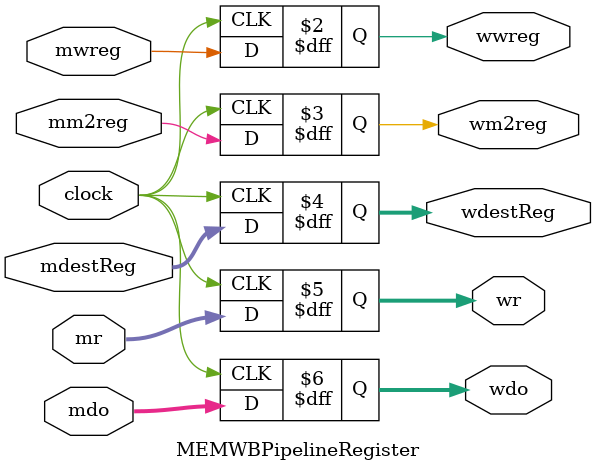
<source format=v>
`timescale 1ns / 1ps

module MEMWBPipelineRegister(input mwreg, input mm2reg, input [4:0] mdestReg, input [31:0] mr, input [31:0] mdo, input clock,
                               output reg wwreg, output reg wm2reg, output reg [4:0] wdestReg, output reg [31:0] wr, output reg [31:0] wdo);
    always @ (posedge clock) begin
        wwreg = mwreg;
        wm2reg = mm2reg;
        wdestReg = mdestReg;
        wr = mr;
        wdo = mdo;
    end
endmodule
</source>
